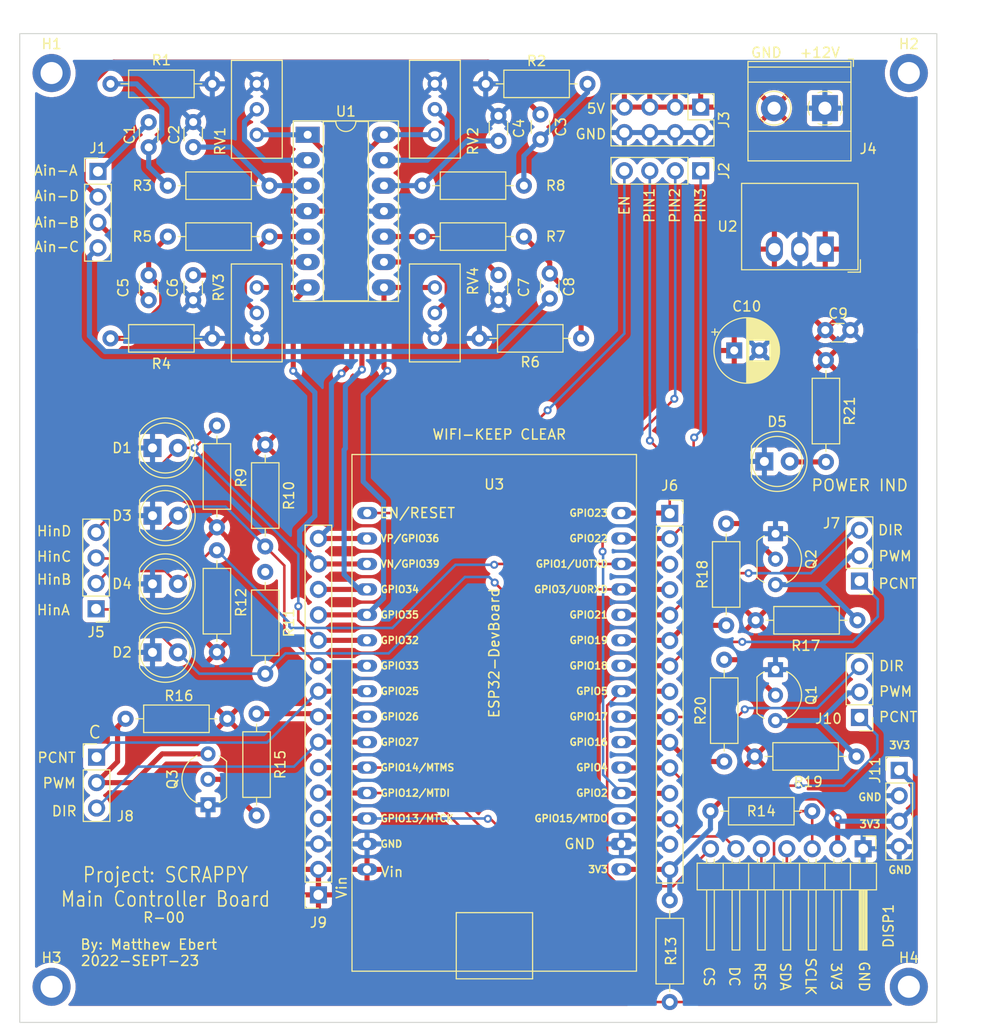
<source format=kicad_pcb>
(kicad_pcb (version 20211014) (generator pcbnew)
  (title_block (title "Porject SCRAPPY Control Board") (rev "R-0"))
  (layers (0 "F.Cu" signal) (31 "B.Cu" signal) (36 "B.SilkS" user "B.Silkscreen") (37 "F.SilkS" user "F.Silkscreen") (38 "B.Mask" user) (39 "F.Mask" user) (44 "Edge.Cuts" user))
  (net 0 "")
  (net 1 "GND")
  (net 2 "+12V")
  (net 3 "+5V")
  (net 4 "/Ain_C")
  (net 5 "Net-(C3-Pad2)")
  (net 6 "/Ain_A")
  (net 7 "Net-(C4-Pad2)")
  (net 8 "Net-(C5-Pad2)")
  (net 9 "Net-(C1-Pad2)")
  (net 10 "/Ain_D")
  (net 11 "Net-(C7-Pad2)")
  (net 12 "/Ain_B")
  (net 13 "Net-(C8-Pad2)")
  (net 14 "Net-(C6-Pad2)")
  (net 15 "Net-(C2-Pad2)")
  (net 16 "/HALL-IN_A")
  (net 17 "/HALL-IN_C")
  (net 18 "/HALL-IN_B")
  (net 19 "/HALL-IN_D")
  (net 20 "+3V3")
  (net 21 "/SCLK")
  (net 22 "/SDA")
  (net 23 "/RES")
  (net 24 "/DC")
  (net 25 "/CS")
  (net 26 "/PCNT_A")
  (net 27 "/INV_PWM_A")
  (net 28 "/DIR_A")
  (net 29 "/PCNT_B")
  (net 30 "/INV_PWM_B")
  (net 31 "/DIR_B")
  (net 32 "/PCNT_C")
  (net 33 "/INV_PWM_C")
  (net 34 "/DIR_C")
  (net 35 "/PIN_1")
  (net 36 "/PIN_2")
  (net 37 "/PIN_3")
  (net 38 "Net-(J2-Pad4)")
  (net 39 "Net-(Q1-Pad2)")
  (net 40 "Net-(Q2-Pad2)")
  (net 41 "Net-(Q3-Pad2)")
  (net 42 "/Aout_A")
  (net 43 "/Aout_B")
  (net 44 "/Aout_C")
  (net 45 "/Aout_D")
  (net 46 "/PWM_A")
  (net 47 "Net-(RV1-Pad2)")
  (net 48 "/PWM_B")
  (net 49 "Net-(RV2-Pad2)")
  (net 50 "/PWM_C")
  (net 51 "Net-(RV3-Pad2)")
  (net 52 "Net-(RV4-Pad2)")
  (net 54 "Net-(D5-Pad2)")
  (footprint "Package_DIP:DIP-14_W7.62mm_Socket_LongPads" (layer "F.Cu") (at 76.8783 58.4837)
    (fp_text reference "U1")
    (fp_text value "LM324")
  )
  (footprint "Capacitor_THT:C_Disc_D3.0mm_W1.6mm_P2.50mm" (layer "F.Cu") (at 100.1193 56.4517 -90)
    (fp_text reference "C3")
    (fp_text value "C")
  )
  (footprint "Resistor_THT:R_Axial_DIN0207_L6.3mm_D2.5mm_P10.16mm_Horizontal" (layer "F.Cu") (at 98.4683 63.5637 180)
    (fp_text reference "R8")
    (fp_text value "R")
  )
  (footprint "Package_TO_SOT_THT:TO-92_Inline_Wide" (layer "F.Cu") (at 66.929 125.349 90)
    (fp_text reference "Q3")
    (fp_text value "PN2222A")
  )
  (footprint "Resistor_THT:R_Axial_DIN0207_L6.3mm_D2.5mm_P10.16mm_Horizontal" (layer "F.Cu") (at 57.1933 78.8037)
    (fp_text reference "R4")
    (fp_text value "R")
  )
  (footprint "Connector_PinHeader_2.54mm:PinHeader_1x04_P2.54mm_Vertical" (layer "F.Cu") (at 55.753 105.791 180)
    (fp_text reference "J5")
    (fp_text value "Conn_01x04")
  )
  (footprint "Resistor_THT:R_Axial_DIN0207_L6.3mm_D2.5mm_P10.16mm_Horizontal" (layer "F.Cu") (at 118.6644 107.442 90)
    (fp_text reference "R18")
    (fp_text value "R")
  )
  (footprint "Espressif:ESP32-DevBoard" (layer "F.Cu") (at 81.556 90.392)
    (fp_text reference "U3")
    (fp_text value "ESP32-DevBoard")
  )
  (footprint "LED_THT:LED_D5.0mm_Clear" (layer "F.Cu") (at 61.3868 89.7382)
    (fp_text reference "D1")
    (fp_text value "LED")
  )
  (footprint "Capacitor_THT:C_Disc_D3.0mm_W1.6mm_P2.50mm" (layer "F.Cu") (at 61.0033 74.9937 90)
    (fp_text reference "C5")
    (fp_text value "C")
  )
  (footprint "Capacitor_THT:C_Disc_D3.0mm_W1.6mm_P2.50mm" (layer "F.Cu") (at 95.9283 56.5987 -90)
    (fp_text reference "C4")
    (fp_text value "C")
  )
  (footprint "Resistor_THT:R_Axial_DIN0207_L6.3mm_D2.5mm_P10.16mm_Horizontal" (layer "F.Cu") (at 117.094 125.984)
    (fp_text reference "R14")
    (fp_text value "R")
  )
  (footprint "LED_THT:LED_D5.0mm_Clear" (layer "F.Cu") (at 61.3868 110.1344)
    (fp_text reference "D2")
    (fp_text value "LED")
  )
  (footprint "Converter_DCDC:Converter_DCDC_RECOM_R-78B-2.0_THT" (layer "F.Cu") (at 128.5577 69.8935 180)
    (fp_text reference "U2")
    (fp_text value "L7805")
  )
  (footprint "Resistor_THT:R_Axial_DIN0207_L6.3mm_D2.5mm_P10.16mm_Horizontal" (layer "F.Cu") (at 113.03 134.874 -90)
    (fp_text reference "R13")
    (fp_text value "R")
  )
  (footprint "MountingHole:MountingHole_2.2mm_M2_DIN965_Pad" (layer "F.Cu") (at 51.308 143.51)
    (fp_text reference "H3")
    (fp_text value "MountingHole")
  )
  (footprint "Connector_PinHeader_2.54mm:PinHeader_1x03_P2.54mm_Vertical" (layer "F.Cu") (at 131.9784 116.6368 180)
    (fp_text reference "J10")
    (fp_text value "Conn_01x03")
  )
  (footprint "Resistor_THT:R_Axial_DIN0207_L6.3mm_D2.5mm_P10.16mm_Horizontal" (layer "F.Cu") (at 67.818 97.663 90)
    (fp_text reference "R9")
    (fp_text value "R")
  )
  (footprint "MountingHole:MountingHole_2.2mm_M2_DIN965_Pad" (layer "F.Cu") (at 136.906 52.324)
    (fp_text reference "H2")
    (fp_text value "MountingHole")
  )
  (footprint "Potentiometer_THT:Potentiometer_Bourns_3296W_Vertical" (layer "F.Cu") (at 89.5783 78.8037 -90)
    (fp_text reference "RV4")
    (fp_text value "R_Potentiometer")
  )
  (footprint "Connector_PinHeader_2.54mm:PinHeader_1x04_P2.54mm_Vertical" (layer "F.Cu") (at 116.1188 62.0776 -90)
    (fp_text reference "J2")
    (fp_text value "Conn_01x04")
  )
  (footprint "Package_TO_SOT_THT:TO-92_Inline_Wide" (layer "F.Cu") (at 123.592 111.8616 -90)
    (fp_text reference "Q1")
    (fp_text value "PN2222A")
  )
  (footprint "LED_THT:LED_D5.0mm_Clear" (layer "F.Cu") (at 61.3918 96.4946)
    (fp_text reference "D3")
    (fp_text value "LED")
  )
  (footprint "Resistor_THT:R_Axial_DIN0207_L6.3mm_D2.5mm_P10.16mm_Horizontal" (layer "F.Cu") (at 71.776 116.2558 -90)
    (fp_text reference "R15")
    (fp_text value "R")
  )
  (footprint "Resistor_THT:R_Axial_DIN0207_L6.3mm_D2.5mm_P10.16mm_Horizontal" (layer "F.Cu") (at 57.1933 53.4037)
    (fp_text reference "R1")
    (fp_text value "R")
  )
  (footprint "Connector_PinHeader_2.54mm:PinHeader_1x03_P2.54mm_Vertical" (layer "F.Cu") (at 131.9784 103.0224 180)
    (fp_text reference "J7")
    (fp_text value "Conn_01x03")
  )
  (footprint "Resistor_THT:R_Axial_DIN0207_L6.3mm_D2.5mm_P10.16mm_Horizontal" (layer "F.Cu") (at 118.47 121.031 90)
    (fp_text reference "R20")
    (fp_text value "R")
  )
  (footprint "Resistor_THT:R_Axial_DIN0207_L6.3mm_D2.5mm_P10.16mm_Horizontal" (layer "F.Cu") (at 72.644 102.108 -90)
    (fp_text reference "R11")
    (fp_text value "R")
  )
  (footprint "Resistor_THT:R_Axial_DIN0207_L6.3mm_D2.5mm_P10.16mm_Horizontal" (layer "F.Cu") (at 128.6256 80.9752 -90)
    (fp_text reference "R21")
    (fp_text value "R")
  )
  (footprint "Resistor_THT:R_Axial_DIN0207_L6.3mm_D2.5mm_P10.16mm_Horizontal" (layer "F.Cu") (at 62.9083 63.5637)
    (fp_text reference "R3")
    (fp_text value "R")
  )
  (footprint "Potentiometer_THT:Potentiometer_Bourns_3296W_Vertical" (layer "F.Cu") (at 89.5783 53.3937 90)
    (fp_text reference "RV2")
    (fp_text value "R_Potentiometer")
  )
  (footprint "Capacitor_THT:C_Disc_D3.0mm_W1.6mm_P2.50mm" (layer "F.Cu") (at 65.4483 57.2137 -90)
    (fp_text reference "C2")
    (fp_text value "C")
  )
  (footprint "Connector_PinHeader_2.54mm:PinHeader_1x07_P2.54mm_Horizontal" (layer "F.Cu") (at 132.339 129.737 -90)
    (fp_text reference "DISP1")
    (fp_text value "OLED Display")
  )
  (footprint "Capacitor_THT:CP_Radial_D6.3mm_P2.50mm" (layer "F.Cu") (at 119.467621 80.01)
    (fp_text reference "C10")
    (fp_text value "C_Polarized")
  )
  (footprint "Connector_PinSocket_2.54mm:PinSocket_1x15_P2.54mm_Vertical" (layer "F.Cu") (at 113.03 96.266)
    (fp_text reference "J6")
    (fp_text value "Conn_01x15")
  )
  (footprint "Resistor_THT:R_Axial_DIN0207_L6.3mm_D2.5mm_P10.16mm_Horizontal" (layer "F.Cu") (at 121.518 120.523)
    (fp_text reference "R19")
    (fp_text value "R")
  )
  (footprint "Potentiometer_THT:Potentiometer_Bourns_3296W_Vertical" (layer "F.Cu") (at 71.7983 78.8037 -90)
    (fp_text reference "RV3")
    (fp_text value "R_Potentiometer")
  )
  (footprint "TerminalBlock_Phoenix:TerminalBlock_Phoenix_MKDS-1,5-2-5.08_1x02_P5.08mm_Horizontal" (layer "F.Cu") (at 128.524 55.829 180)
    (fp_text reference "J4")
    (fp_text value "Screw_Terminal_01x02")
  )
  (footprint "Capacitor_THT:C_Disc_D3.0mm_W1.6mm_P2.50mm" (layer "F.Cu") (at 65.4483 74.9937 90)
    (fp_text reference "C6")
    (fp_text value "C")
  )
  (footprint "Connector_PinHeader_2.54mm:PinHeader_2x04_P2.54mm_Vertical" (layer "F.Cu") (at 116.1188 55.7226 -90)
    (fp_text reference "J3")
    (fp_text value "Conn_02x04_Counter_Clockwise")
  )
  (footprint "MountingHole:MountingHole_2.2mm_M2_DIN965_Pad" (layer "F.Cu") (at 51.308 52.324)
    (fp_text reference "H1")
    (fp_text value "MountingHole")
  )
  (footprint "Connector_PinHeader_2.54mm:PinHeader_1x04_P2.54mm_Vertical" (layer "F.Cu") (at 55.9387 62.1463)
    (fp_text reference "J1")
    (fp_text value "Conn_01x04")
  )
  (footprint "Resistor_THT:R_Axial_DIN0207_L6.3mm_D2.5mm_P10.16mm_Horizontal" (layer "F.Cu") (at 72.644 89.408 -90)
    (fp_text reference "R10")
    (fp_text value "R")
  )
  (footprint "Resistor_THT:R_Axial_DIN0207_L6.3mm_D2.5mm_P10.16mm_Horizontal" (layer "F.Cu") (at 104.8183 53.4037 180)
    (fp_text reference "R2")
    (fp_text value "R")
  )
  (footprint "Resistor_THT:R_Axial_DIN0207_L6.3mm_D2.5mm_P10.16mm_Horizontal" (layer "F.Cu") (at 104.1833 78.8037 180)
    (fp_text reference "R6")
    (fp_text value "R")
  )
  (footprint "Resistor_THT:R_Axial_DIN0207_L6.3mm_D2.5mm_P10.16mm_Horizontal" (layer "F.Cu") (at 68.855 116.7638 180)
    (fp_text reference "R16")
    (fp_text value "R")
  )
  (footprint "Resistor_THT:R_Axial_DIN0207_L6.3mm_D2.5mm_P10.16mm_Horizontal" (layer "F.Cu") (at 98.4683 68.6437 180)
    (fp_text reference "R7")
    (fp_text value "R")
  )
  (footprint "Connector_PinHeader_2.54mm:PinHeader_1x04_P2.54mm_Vertical" (layer "F.Cu") (at 135.9408 121.9046)
    (fp_text reference "J11")
    (fp_text value "Conn_02x02_Odd_Even")
  )
  (footprint "LED_THT:LED_D5.0mm_Clear" (layer "F.Cu") (at 61.3868 103.3018)
    (fp_text reference "D4")
    (fp_text value "LED")
  )
  (footprint "Capacitor_THT:C_Disc_D3.0mm_W1.6mm_P2.50mm" (layer "F.Cu") (at 61.0033 57.2337 -90)
    (fp_text reference "C1")
    (fp_text value "C")
  )
  (footprint "MountingHole:MountingHole_2.2mm_M2_DIN965_Pad" (layer "F.Cu") (at 136.906 143.51)
    (fp_text reference "H4")
    (fp_text value "MountingHole")
  )
  (footprint "Resistor_THT:R_Axial_DIN0207_L6.3mm_D2.5mm_P10.16mm_Horizontal" (layer "F.Cu") (at 121.6108 106.934)
    (fp_text reference "R17")
    (fp_text value "R")
  )
  (footprint "Connector_PinSocket_2.54mm:PinSocket_1x15_P2.54mm_Vertical" (layer "F.Cu") (at 77.953 134.336 180)
    (fp_text reference "J9")
    (fp_text value "Conn_01x15")
  )
  (footprint "Capacitor_THT:C_Disc_D3.0mm_W1.6mm_P2.50mm" (layer "F.Cu") (at 131.064 78.232 180)
    (fp_text reference "C9")
    (fp_text value "C")
  )
  (footprint "Package_TO_SOT_THT:TO-92_Inline_Wide" (layer "F.Cu") (at 123.592 98.298 -90)
    (fp_text reference "Q2")
    (fp_text value "PN2222A")
  )
  (footprint "Potentiometer_THT:Potentiometer_Bourns_3296W_Vertical" (layer "F.Cu") (at 71.7983 53.4037 90)
    (fp_text reference "RV1")
    (fp_text value "R_Potentiometer")
  )
  (footprint "LED_THT:LED_D5.0mm_Clear" (layer "F.Cu") (at 122.4788 91.0844)
    (fp_text reference "D5")
    (fp_text value "LED")
  )
  (footprint "Capacitor_THT:C_Disc_D3.0mm_W1.6mm_P2.50mm" (layer "F.Cu") (at 95.9283 74.9737 90)
    (fp_text reference "C7")
    (fp_text value "C")
  )
  (footprint "Capacitor_THT:C_Disc_D3.0mm_W1.6mm_P2.50mm" (layer "F.Cu") (at 101.0491 74.8263 90)
    (fp_text reference "C8")
    (fp_text value "C")
  )
  (footprint "Resistor_THT:R_Axial_DIN0207_L6.3mm_D2.5mm_P10.16mm_Horizontal" (layer "F.Cu") (at 62.9083 68.6437)
    (fp_text reference "R5")
    (fp_text value "R")
  )
  (footprint "Connector_PinHeader_2.54mm:PinHeader_1x03_P2.54mm_Vertical" (layer "F.Cu") (at 55.8016 120.5992)
    (fp_text reference "J8")
    (fp_text value "Conn_01x03")
  )
  (footprint "Resistor_THT:R_Axial_DIN0207_L6.3mm_D2.5mm_P10.16mm_Horizontal" (layer "F.Cu") (at 67.818 110.109 90)
    (fp_text reference "R12")
    (fp_text value "R")
  )
  (gr_rect (start 48.133 48.387) (end 139.7 147.066) (layer "Edge.Cuts") (width 0.1) (fill none))
  (gr_text "HinC" (at 51.562 100.584) (layer "F.SilkS") (effects (font (size 1 1))))
  (gr_text "Project: SCRAPPY\nMain Controller Board" (at 62.6872 133.5532) (layer "F.SilkS") (effects (font (size 1.5 1.25))))
  (gr_text "+12V" (at 128.016 50.292) (layer "F.SilkS") (effects (font (size 1 1))))
  (gr_text "C" (at 55.626 118.11) (layer "F.SilkS") (effects (font (size 1.25 1.25))))
  (gr_text "3V3" (at 133.0198 127.2794) (layer "F.SilkS") (effects (font (size 0.75 0.75))))
  (gr_text "GND" (at 133.0198 124.587) (layer "F.SilkS") (effects (font (size 0.75 0.75))))
  (gr_text "PCNT" (at 51.816 120.65) (layer "F.SilkS") (effects (font (size 1 1))))
  (gr_text "SCLK" (at 127.1016 142.494 270) (layer "F.SilkS") (effects (font (size 1 1))))
  (gr_text "SDA" (at 124.5616 142.494 270) (layer "F.SilkS") (effects (font (size 1 1))))
  (gr_text "R-00" (at 62.5348 136.6012) (layer "F.SilkS") (effects (font (size 1 1))))
  (gr_text "DIR" (at 52.578 125.984) (layer "F.SilkS") (effects (font (size 1 1))))
  (gr_text "Ain-B" (at 51.816 67.2338) (layer "F.SilkS") (effects (font (size 1 1))))
  (gr_text "Ain-A" (at 51.7398 62.0522) (layer "F.SilkS") (effects (font (size 1 1))))
  (gr_text "CS" (at 116.9416 142.494 270) (layer "F.SilkS") (effects (font (size 1 1))))
  (gr_text "Vin" (at 80.264 133.604 90) (layer "F.SilkS") (effects (font (size 1 1))))
  (gr_text "PWM" (at 135.5344 100.5332) (layer "F.SilkS") (effects (font (size 1 1))))
  (gr_text "HinB" (at 51.562 102.87) (layer "F.SilkS") (effects (font (size 1 1))))
  (gr_text "PIN1" (at 110.998 65.532 90) (layer "F.SilkS") (effects (font (size 1 1))))
  (gr_text "PCNT" (at 135.7884 103.2764) (layer "F.SilkS") (effects (font (size 1 1))))
  (gr_text "GND" (at 122.682 50.292) (layer "F.SilkS") (effects (font (size 1 1))))
  (gr_text "DIR" (at 135.0772 97.9424) (layer "F.SilkS") (effects (font (size 1 1))))
  (gr_text "EN" (at 108.5088 65.532 90) (layer "F.SilkS") (effects (font (size 1 1))))
  (gr_text "DIR" (at 135.1788 111.506) (layer "F.SilkS") (effects (font (size 1 1))))
  (gr_text "WIFI-KEEP CLEAR" (at 96.012 88.392) (layer "F.SilkS") (effects (font (size 1 1))))
  (gr_text "Ain-D" (at 51.816 64.5922) (layer "F.SilkS") (effects (font (size 1 1))))
  (gr_text "DC" (at 119.4816 142.494 270) (layer "F.SilkS") (effects (font (size 1 1))))
  (gr_text "PWM" (at 135.5852 114.046) (layer "F.SilkS") (effects (font (size 1 1))))
  (gr_text "GND" (at 132.4356 142.494 270) (layer "F.SilkS") (effects (font (size 1 1))))
  (gr_text "3V3" (at 129.6416 142.494 270) (layer "F.SilkS") (effects (font (size 1 1))))
  (gr_text "HinD" (at 51.562 98.044) (layer "F.SilkS") (effects (font (size 1 1))))
  (gr_text "RES" (at 122.0216 142.494 270) (layer "F.SilkS") (effects (font (size 1 1))))
  (gr_text "POWER IND" (at 132.0038 93.472) (layer "F.SilkS") (effects (font (size 1.15 1.15))))
  (gr_text "PIN3" (at 116.078 65.532 90) (layer "F.SilkS") (effects (font (size 1 1))))
  (gr_text "HinA" (at 51.4858 105.918) (layer "F.SilkS") (effects (font (size 1 1))))
  (gr_text "5V" (at 105.664 55.88) (layer "F.SilkS") (effects (font (size 1 1))))
  (gr_text "GND" (at 136.017 131.8514) (layer "F.SilkS") (effects (font (size 0.75 0.75))))
  (gr_text "PIN2" (at 113.538 65.532 90) (layer "F.SilkS") (effects (font (size 1 1))))
  (gr_text "2022-SEPT-23" (at 60.1472 140.9192) (layer "F.SilkS") (effects (font (size 1 1))))
  (gr_text "PCNT" (at 135.8392 116.586) (layer "F.SilkS") (effects (font (size 1 1))))
  (gr_text "GND" (at 105.156 58.42) (layer "F.SilkS") (effects (font (size 1 1))))
  (gr_text "PWM" (at 52.07 123.19) (layer "F.SilkS") (effects (font (size 1 1))))
  (gr_text "Ain-C" (at 51.816 69.6722) (layer "F.SilkS") (effects (font (size 1 1))))
  (gr_text "3V3" (at 135.9916 119.4054) (layer "F.SilkS") (effects (font (size 0.75 0.75))))
  (gr_text "By: Matthew Ebert" (at 61.0108 139.2936) (layer "F.SilkS") (effects (font (size 1 1))))
  (segment locked (start 82.80528 129.256) (end 82.806 129.25672) (width 0.508) (layer "F.Cu") (net 1))
  (segment locked (start 77.953 129.256) (end 82.80528 129.256) (width 0.508) (layer "F.Cu") (net 1))
  (segment (start 77.953 131.796) (end 77.953 134.336) (width 0.508) (layer "F.Cu") (net 3))
  (segment locked (start 77.953 131.796) (end 82.80528 131.796) (width 0.508) (layer "F.Cu") (net 3))
  (segment locked (start 82.80528 131.796) (end 82.806 131.79672) (width 0.508) (layer "F.Cu") (net 3))
  (segment (start 55.9387 69.7663) (end 55.0887 70.6163) (width 0.508) (layer "B.Cu") (net 4))
  (segment (start 55.0887 78.548892) (end 56.651508 80.1117) (width 0.508) (layer "B.Cu") (net 4))
  (segment (start 95.7637 80.1117) (end 101.0491 74.8263) (width 0.508) (layer "B.Cu") (net 4))
  (segment (start 55.0887 70.6163) (end 55.0887 78.548892) (width 0.508) (layer "B.Cu") (net 4))
  (segment (start 56.651508 80.1117) (end 95.7637 80.1117) (width 0.508) (layer "B.Cu") (net 4))
  (segment (start 98.4683 60.6027) (end 100.1193 58.9517) (width 0.508) (layer "B.Cu") (net 5))
  (segment (start 104.8183 53.4037) (end 104.8183 54.2527) (width 0.508) (layer "B.Cu") (net 5))
  (segment (start 98.4683 63.5637) (end 98.4683 60.6027) (width 0.508) (layer "B.Cu") (net 5))
  (segment (start 104.8183 54.2527) (end 100.1193 58.9517) (width 0.508) (layer "B.Cu") (net 5))
  (segment (start 55.9387 62.1463) (end 56.0907 62.1463) (width 0.508) (layer "B.Cu") (net 6))
  (segment (start 56.0907 62.1463) (end 61.0033 57.2337) (width 0.508) (layer "B.Cu") (net 6))
  (segment (start 92.7733 59.0987) (end 88.3083 63.5637) (width 0.508) (layer "B.Cu") (net 7))
  (segment (start 95.9283 59.0987) (end 92.7733 59.0987) (width 0.508) (layer "B.Cu") (net 7))
  (segment (start 84.4983 63.5637) (end 88.3083 63.5637) (width 0.508) (layer "B.Cu") (net 7))
  (segment (start 62.3113 75.535492) (end 62.3113 73.8017) (width 0.508) (layer "F.Cu") (net 8))
  (segment (start 59.043092 78.8037) (end 62.3113 75.535492) (width 0.508) (layer "F.Cu") (net 8))
  (segment (start 61.0033 70.5487) (end 62.9083 68.6437) (width 0.508) (layer "F.Cu") (net 8))
  (segment (start 57.1933 78.8037) (end 59.043092 78.8037) (width 0.508) (layer "F.Cu") (net 8))
  (segment (start 61.0033 72.4937) (end 61.0033 70.5487) (width 0.508) (layer "F.Cu") (net 8))
  (segment (start 62.3113 73.8017) (end 61.0033 72.4937) (width 0.508) (layer "F.Cu") (net 8))
  (segment (start 59.798082 53.4037) (end 62.3113 55.916918) (width 0.508) (layer "B.Cu") (net 9))
  (segment (start 62.3113 55.916918) (end 62.3113 58.4257) (width 0.508) (layer "B.Cu") (net 9))
  (segment (start 62.3113 58.4257) (end 61.0033 59.7337) (width 0.508) (layer "B.Cu") (net 9))
  (segment (start 61.0033 59.7337) (end 61.0033 61.6587) (width 0.508) (layer "B.Cu") (net 9))
  (segment (start 61.0033 61.6587) (end 62.9083 63.5637) (width 0.508) (layer "B.Cu") (net 9))
  (segment (start 57.1933 53.4037) (end 59.798082 53.4037) (width 0.508) (layer "B.Cu") (net 9))
  (segment (start 54.4655 63.2131) (end 54.4655 54.281708) (width 0.508) (layer "F.Cu") (net 10))
  (segment (start 54.4655 54.281708) (end 57.522908 51.2243) (width 0.508) (layer "F.Cu") (net 10))
  (segment (start 55.9387 64.6863) (end 54.4655 63.2131) (width 0.508) (layer "F.Cu") (net 10))
  (segment (start 94.8919 51.2243) (end 100.1193 56.4517) (width 0.508) (layer "F.Cu") (net 10))
  (segment (start 57.522908 51.2243) (end 94.8919 51.2243) (width 0.508) (layer "F.Cu") (net 10))
  (segment (start 84.4983 68.6437) (end 88.3083 68.6437) (width 0.508) (layer "F.Cu") (net 11))
  (segment (start 92.0983 68.6437) (end 95.9283 72.4737) (width 0.508) (layer "F.Cu") (net 11))
  (segment (start 88.3083 68.6437) (end 92.0983 68.6437) (width 0.508) (layer "F.Cu") (net 11))
  (segment (start 59.306519 73.296919) (end 61.0033 74.9937) (width 0.508) (layer "F.Cu") (net 12))
  (segment (start 55.9387 67.2263) (end 59.306519 70.594119) (width 0.508) (layer "F.Cu") (net 12))
  (segment (start 59.306519 70.594119) (end 59.306519 73.296919) (width 0.508) (layer "F.Cu") (net 12))
  (segment (start 101.0491 71.2245) (end 98.4683 68.6437) (width 0.508) (layer "F.Cu") (net 13))
  (segment (start 101.0491 72.3263) (end 101.0491 71.2245) (width 0.508) (layer "F.Cu") (net 13))
  (segment (start 104.1833 78.8037) (end 104.1833 75.4605) (width 0.508) (layer "F.Cu") (net 13))
  (segment (start 104.1833 75.4605) (end 101.0491 72.3263) (width 0.508) (layer "F.Cu") (net 13))
  (segment (start 65.4483 72.4937) (end 69.2183 72.4937) (width 0.508) (layer "F.Cu") (net 14))
  (segment (start 69.2183 72.4937) (end 73.0683 68.6437) (width 0.508) (layer "F.Cu") (net 14))
  (segment (start 73.0683 68.6437) (end 76.8783 68.6437) (width 0.508) (layer "F.Cu") (net 14))
  (segment (start 69.2183 59.7137) (end 73.0683 63.5637) (width 0.508) (layer "B.Cu") (net 15))
  (segment (start 73.0683 63.5637) (end 76.8783 63.5637) (width 0.508) (layer "B.Cu") (net 15))
  (segment (start 65.4483 59.7137) (end 69.2183 59.7137) (width 0.508) (layer "B.Cu") (net 15))
  (segment locked (start 112.998 103.854) (end 113.03 103.886) (width 0.508) (layer "F.Cu") (net 16))
  (segment (start 55.753 105.791) (end 55.8115 105.8495) (width 0.254) (layer "F.Cu") (net 16))
  (segment (start 55.8115 105.8495) (end 59.6419 105.8495) (width 0.254) (layer "F.Cu") (net 16))
  (segment (start 108.20232 103.854) (end 96.234 103.854) (width 0.254) (layer "F.Cu") (net 16))
  (segment (start 96.234 103.854) (end 95.5548 103.1748) (width 0.254) (layer "F.Cu") (net 16))
  (segment (start 59.6419 105.8495) (end 63.9268 110.1344) (width 0.254) (layer "F.Cu") (net 16))
  (segment locked (start 108.20232 103.854) (end 112.998 103.854) (width 0.508) (layer "F.Cu") (net 16))
  (via (at 95.5548 103.1748) (size 0.8) (drill 0.4) (layers "F.Cu" "B.Cu") (net 16))
  (segment (start 95.5548 103.1748) (end 94.996 102.616) (width 0.254) (layer "B.Cu") (net 16))
  (segment (start 74.676 110.236) (end 84.963 110.236) (width 0.254) (layer "B.Cu") (net 16))
  (segment (start 94.996 102.616) (end 92.583 102.616) (width 0.254) (layer "B.Cu") (net 16))
  (segment (start 84.963 110.236) (end 92.583 102.616) (width 0.254) (layer "B.Cu") (net 16))
  (segment (start 66.0604 112.268) (end 72.644 112.268) (width 0.254) (layer "B.Cu") (net 16))
  (segment (start 63.9268 110.1344) (end 66.0604 112.268) (width 0.254) (layer "B.Cu") (net 16))
  (segment (start 72.644 112.268) (end 74.676 110.236) (width 0.254) (layer "B.Cu") (net 16))
  (segment (start 55.753 100.711) (end 55.8115 100.7695) (width 0.254) (layer "F.Cu") (net 17))
  (segment (start 59.6569 100.7695) (end 63.9318 96.4946) (width 0.254) (layer "F.Cu") (net 17))
  (segment (start 55.8115 100.7695) (end 59.6569 100.7695) (width 0.254) (layer "F.Cu") (net 17))
  (segment locked (start 82.80032 111.476) (end 82.80232 111.474) (width 0.508) (layer "F.Cu") (net 17))
  (segment (start 77.953 111.476) (end 74.549 108.072) (width 0.254) (layer "F.Cu") (net 17))
  (segment (start 74.549 108.072) (end 74.549 101.473) (width 0.254) (layer "F.Cu") (net 17))
  (segment (start 74.549 101.473) (end 72.644 99.568) (width 0.254) (layer "F.Cu") (net 17))
  (segment locked (start 77.953 111.476) (end 82.80032 111.476) (width 0.508) (layer "F.Cu") (net 17))
  (segment (start 63.9318 96.4946) (end 64.8318 95.5946) (width 0.254) (layer "B.Cu") (net 17))
  (segment (start 64.8318 95.5946) (end 68.6706 95.5946) (width 0.254) (layer "B.Cu") (net 17))
  (segment (start 68.6706 95.5946) (end 72.644 99.568) (width 0.254) (layer "B.Cu") (net 17))
  (segment locked (start 108.20232 101.314) (end 112.998 101.314) (width 0.508) (layer "F.Cu") (net 18))
  (segment (start 95.5868 101.314) (end 95.504 101.3968) (width 0.254) (layer "F.Cu") (net 18))
  (segment (start 55.753 103.251) (end 56.9832 102.0208) (width 0.254) (layer "F.Cu") (net 18))
  (segment (start 108.20232 101.314) (end 95.5868 101.314) (width 0.254) (layer "F.Cu") (net 18))
  (segment (start 62.6458 102.0208) (end 63.9268 103.3018) (width 0.254) (layer "F.Cu") (net 18))
  (segment locked (start 112.998 101.314) (end 113.03 101.346) (width 0.508) (layer "F.Cu") (net 18))
  (segment (start 56.9832 102.0208) (end 62.6458 102.0208) (width 0.254) (layer "F.Cu") (net 18))
  (segment (start 63.9268 103.3018) (end 67.2796 99.949) (width 0.254) (layer "F.Cu") (net 18))
  (segment (start 67.2796 99.949) (end 67.818 99.949) (width 0.254) (layer "F.Cu") (net 18))
  (via (at 95.504 101.3968) (size 0.8) (drill 0.4) (layers "F.Cu" "B.Cu") (net 18))
  (segment (start 75.057 107.188) (end 67.818 99.949) (width 0.254) (layer "B.Cu") (net 18))
  (segment (start 75.193 107.705) (end 75.057 107.569) (width 0.254) (layer "B.Cu") (net 18))
  (segment (start 85.335 107.705) (end 75.193 107.705) (width 0.254) (layer "B.Cu") (net 18))
  (segment (start 91.6432 101.3968) (end 85.335 107.705) (width 0.254) (layer "B.Cu") (net 18))
  (segment (start 75.057 107.569) (end 75.057 107.188) (width 0.254) (layer "B.Cu") (net 18))
  (segment (start 95.504 101.3968) (end 91.6432 101.3968) (width 0.254) (layer "B.Cu") (net 18))
  (segment locked (start 77.953 108.936) (end 82.80032 108.936) (width 0.508) (layer "F.Cu") (net 19))
  (segment (start 63.9268 89.7382) (end 65.5828 89.7382) (width 0.254) (layer "F.Cu") (net 19))
  (segment (start 77.953 108.936) (end 75.946 106.929) (width 0.254) (layer "F.Cu") (net 19))
  (segment (start 65.5828 89.7382) (end 67.818 87.503) (width 0.254) (layer "F.Cu") (net 19))
  (segment locked (start 82.80032 108.936) (end 82.80232 108.934) (width 0.508) (layer "F.Cu") (net 19))
  (segment (start 55.753 98.171) (end 55.753 97.912) (width 0.254) (layer "F.Cu") (net 19))
  (segment (start 55.753 97.912) (end 63.9268 89.7382) (width 0.254) (layer "F.Cu") (net 19))
  (segment (start 75.946 106.929) (end 75.946 105.537) (width 0.254) (layer "F.Cu") (net 19))
  (via (at 75.946 105.537) (size 0.8) (drill 0.4) (layers "F.Cu" "B.Cu") (net 19))
  (via (at 65.5828 89.7382) (size 0.8) (drill 0.4) (layers "F.Cu" "B.Cu") (net 19))
  (segment (start 65.5828 89.9668) (end 65.5828 89.7382) (width 0.254) (layer "B.Cu") (net 19))
  (segment (start 75.946 105.537) (end 75.946 100.33) (width 0.254) (layer "B.Cu") (net 19))
  (segment (start 75.946 100.33) (end 65.5828 89.9668) (width 0.254) (layer "B.Cu") (net 19))
  (segment (start 118.402 124.676) (end 127.795792 124.676) (width 0.508) (layer "F.Cu") (net 20))
  (segment (start 129.799 126.679208) (end 129.799 129.737) (width 0.508) (layer "F.Cu") (net 20))
  (segment (start 112.998 131.794) (end 113.03 131.826) (width 0.508) (layer "F.Cu") (net 20))
  (segment (start 108.20232 131.794) (end 112.998 131.794) (width 0.508) (layer "F.Cu") (net 20))
  (segment (start 117.094 125.984) (end 118.402 124.676) (width 0.508) (layer "F.Cu") (net 20))
  (segment (start 127.795792 124.676) (end 129.799 126.679208) (width 0.508) (layer "F.Cu") (net 20))
  (via (at 129.799 126.679208) (size 0.8) (drill 0.4) (layers "F.Cu" "B.Cu") (net 20))
  (segment (start 135.9408 126.9846) (end 137.2988 125.6266) (width 0.508) (layer "B.Cu") (net 20))
  (segment (start 137.2988 123.2626) (end 135.9408 121.9046) (width 0.508) (layer "B.Cu") (net 20))
  (segment (start 117.094 127.762) (end 113.03 131.826) (width 0.508) (layer "B.Cu") (net 20))
  (segment (start 113.03 131.826) (end 113.03 134.874) (width 0.508) (layer "B.Cu") (net 20))
  (segment (start 135.9408 126.9846) (end 130.104392 126.9846) (width 0.508) (layer "B.Cu") (net 20))
  (segment (start 117.094 125.984) (end 117.094 127.762) (width 0.508) (layer "B.Cu") (net 20))
  (segment (start 130.104392 126.9846) (end 129.799 126.679208) (width 0.508) (layer "B.Cu") (net 20))
  (segment (start 137.2988 125.6266) (end 137.2988 123.2626) (width 0.508) (layer "B.Cu") (net 20))
  (segment (start 123.444 135.255) (end 115.824 142.875) (width 0.254) (layer "F.Cu") (net 21))
  (segment (start 127.254 129.732) (end 127.259 129.737) (width 0.254) (layer "F.Cu") (net 21))
  (segment (start 127.254 125.984) (end 126.12263 125.984) (width 0.254) (layer "F.Cu") (net 21))
  (segment locked (start 77.953 121.636) (end 82.80032 121.636) (width 0.508) (layer "F.Cu") (net 21))
  (segment (start 115.824 142.875) (end 109.474 142.875) (width 0.254) (layer "F.Cu") (net 21))
  (segment (start 123.444 128.66263) (end 123.444 135.255) (width 0.254) (layer "F.Cu") (net 21))
  (segment (start 109.474 142.875) (end 88.233 121.634) (width 0.254) (layer "F.Cu") (net 21))
  (segment (start 127.254 125.984) (end 127.254 129.732) (width 0.254) (layer "F.Cu") (net 21))
  (segment (start 88.233 121.634) (end 82.80232 121.634) (width 0.254) (layer "F.Cu") (net 21))
  (segment locked (start 82.80032 121.636) (end 82.80232 121.634) (width 0.508) (layer "F.Cu") (net 21))
  (segment (start 126.12263 125.984) (end 123.444 128.66263) (width 0.254) (layer "F.Cu") (net 21))
  (segment (start 124.719 135.377) (end 115.062 145.034) (width 0.254) (layer "F.Cu") (net 22))
  (segment locked (start 82.804 124.176) (end 82.806 124.174) (width 0.508) (layer "F.Cu") (net 22))
  (segment locked (start 77.953 124.176) (end 82.804 124.176) (width 0.508) (layer "F.Cu") (net 22))
  (segment (start 82.806 124.174) (end 88.741 124.174) (width 0.254) (layer "F.Cu") (net 22))
  (segment (start 109.601 145.034) (end 113.03 145.034) (width 0.254) (layer "F.Cu") (net 22))
  (segment (start 124.719 129.737) (end 124.719 135.377) (width 0.254) (layer "F.Cu") (net 22))
  (segment (start 115.062 145.034) (end 113.03 145.034) (width 0.254) (layer "F.Cu") (net 22))
  (segment (start 88.741 124.174) (end 109.601 145.034) (width 0.254) (layer "F.Cu") (net 22))
  (segment locked (start 77.953 126.716) (end 82.804 126.716) (width 0.508) (layer "F.Cu") (net 23))
  (segment locked (start 82.804 126.716) (end 82.806 126.714) (width 0.508) (layer "F.Cu") (net 23))
  (segment (start 96.012 127.635) (end 95.123 126.746) (width 0.254) (layer "F.Cu") (net 23))
  (segment (start 122.179 129.737) (end 122.179 134.742) (width 0.254) (layer "F.Cu") (net 23))
  (segment (start 114.935 141.986) (end 110.363 141.986) (width 0.254) (layer "F.Cu") (net 23))
  (segment (start 110.363 141.986) (end 96.012 127.635) (width 0.254) (layer "F.Cu") (net 23))
  (segment (start 122.179 134.742) (end 114.935 141.986) (width 0.254) (layer "F.Cu") (net 23))
  (segment (start 95.123 126.746) (end 94.869 126.746) (width 0.254) (layer "F.Cu") (net 23))
  (via (at 94.869 126.746) (size 0.8) (drill 0.4) (layers "F.Cu" "B.Cu") (net 23))
  (segment (start 94.837 126.714) (end 82.806 126.714) (width 0.254) (layer "B.Cu") (net 23))
  (segment (start 94.869 126.746) (end 94.837 126.714) (width 0.254) (layer "B.Cu") (net 23))
  (segment (start 114.79 128.506) (end 113.03 126.746) (width 0.254) (layer "F.Cu") (net 24))
  (segment locked (start 108.23528 126.746) (end 108.206 126.71672) (width 0.508) (layer "F.Cu") (net 24))
  (segment (start 118.408 128.506) (end 114.79 128.506) (width 0.254) (layer "F.Cu") (net 24))
  (segment locked (start 113.03 126.746) (end 108.23528 126.746) (width 0.508) (layer "F.Cu") (net 24))
  (segment (start 119.639 129.737) (end 118.408 128.506) (width 0.254) (layer "F.Cu") (net 24))
  (segment (start 113.362586 133.473414) (end 108.022614 133.473414) (width 0.254) (layer "F.Cu") (net 25))
  (segment (start 106.7816 132.2324) (end 106.7816 115.4384) (width 0.254) (layer "F.Cu") (net 25))
  (segment (start 117.099 129.737) (end 113.362586 133.473414) (width 0.254) (layer "F.Cu") (net 25))
  (segment (start 108.022614 133.473414) (end 106.7816 132.2324) (width 0.254) (layer "F.Cu") (net 25))
  (segment (start 106.7816 115.4384) (end 108.206 114.014) (width 0.254) (layer "F.Cu") (net 25))
  (segment locked (start 108.206 114.014) (end 112.998 114.014) (width 0.508) (layer "F.Cu") (net 25))
  (segment locked (start 112.998 114.014) (end 113.03 114.046) (width 0.508) (layer "F.Cu") (net 25))
  (segment (start 125.7808 123.444) (end 114.808 123.444) (width 0.254) (layer "F.Cu") (net 26))
  (segment (start 114.808 123.444) (end 113.03 121.666) (width 0.254) (layer "F.Cu") (net 26))
  (segment locked (start 108.238 121.666) (end 108.206 121.634) (width 0.508) (layer "F.Cu") (net 26))
  (segment locked (start 113.03 121.666) (end 108.238 121.666) (width 0.508) (layer "F.Cu") (net 26))
  (segment (start 125.8824 123.3424) (end 125.7808 123.444) (width 0.254) (layer "F.Cu") (net 26))
  (via (at 125.8824 123.3424) (size 0.8) (drill 0.4) (layers "F.Cu" "B.Cu") (net 26))
  (segment (start 125.984 123.444) (end 130.427187 123.444) (width 0.254) (layer "B.Cu") (net 26))
  (segment (start 130.427187 123.444) (end 133.7564 120.114787) (width 0.254) (layer "B.Cu") (net 26))
  (segment (start 133.7564 118.4148) (end 131.9784 116.6368) (width 0.254) (layer "B.Cu") (net 26))
  (segment (start 125.8824 123.3424) (end 125.984 123.444) (width 0.254) (layer "B.Cu") (net 26))
  (segment (start 133.7564 120.114787) (end 133.7564 118.4148) (width 0.254) (layer "B.Cu") (net 26))
  (segment (start 128.0966 116.9416) (end 131.678 120.523) (width 0.508) (layer "B.Cu") (net 27))
  (segment (start 131.8918 114.1834) (end 130.8548 114.1834) (width 0.508) (layer "B.Cu") (net 27))
  (segment (start 131.9784 114.0968) (end 131.8918 114.1834) (width 0.508) (layer "B.Cu") (net 27))
  (segment (start 130.8548 114.1834) (end 128.0966 116.9416) (width 0.508) (layer "B.Cu") (net 27))
  (segment (start 123.592 116.9416) (end 128.0966 116.9416) (width 0.508) (layer "B.Cu") (net 27))
  (segment locked (start 112.998 116.554) (end 113.03 116.586) (width 0.508) (layer "F.Cu") (net 28))
  (segment (start 113.03 116.586) (end 119.761 116.586) (width 0.254) (layer "F.Cu") (net 28))
  (segment (start 119.761 116.586) (end 120.523 115.824) (width 0.254) (layer "F.Cu") (net 28))
  (segment locked (start 108.206 116.554) (end 112.998 116.554) (width 0.508) (layer "F.Cu") (net 28))
  (via (at 120.523 115.824) (size 0.8) (drill 0.4) (layers "F.Cu" "B.Cu") (net 28))
  (segment (start 127.762 115.697) (end 131.9022 111.5568) (width 0.254) (layer "B.Cu") (net 28))
  (segment (start 120.65 115.697) (end 127.762 115.697) (width 0.254) (layer "B.Cu") (net 28))
  (segment (start 120.523 115.824) (end 120.65 115.697) (width 0.254) (layer "B.Cu") (net 28))
  (segment (start 131.9022 111.5568) (end 131.9784 111.5568) (width 0.254) (layer "B.Cu") (net 28))
  (segment (start 113.03 111.506) (end 115.443 109.093) (width 0.254) (layer "F.Cu") (net 29))
  (segment locked (start 112.998 111.474) (end 113.03 111.506) (width 0.508) (layer "F.Cu") (net 29))
  (segment locked (start 108.206 111.474) (end 112.998 111.474) (width 0.508) (layer "F.Cu") (net 29))
  (segment (start 115.443 109.093) (end 120.269 109.093) (width 0.254) (layer "F.Cu") (net 29))
  (via (at 120.269 109.093) (size 0.8) (drill 0.4) (layers "F.Cu" "B.Cu") (net 29))
  (segment (start 131.281987 109.093) (end 133.8072 106.567787) (width 0.254) (layer "B.Cu") (net 29))
  (segment (start 133.8072 106.567787) (end 133.8072 104.8512) (width 0.254) (layer "B.Cu") (net 29))
  (segment (start 120.269 109.093) (end 131.281987 109.093) (width 0.254) (layer "B.Cu") (net 29))
  (segment (start 133.8072 104.8512) (end 131.9784 103.0224) (width 0.254) (layer "B.Cu") (net 29))
  (segment (start 128.2148 103.378) (end 131.7708 106.934) (width 0.508) (layer "B.Cu") (net 30))
  (segment (start 123.592 103.378) (end 128.2148 103.378) (width 0.508) (layer "B.Cu") (net 30))
  (segment (start 131.085 100.5078) (end 128.2148 103.378) (width 0.508) (layer "B.Cu") (net 30))
  (segment (start 131.953 100.5078) (end 131.085 100.5078) (width 0.508) (layer "B.Cu") (net 30))
  (segment (start 131.9784 100.4824) (end 131.953 100.5078) (width 0.508) (layer "B.Cu") (net 30))
  (segment locked (start 112.998 106.394) (end 113.03 106.426) (width 0.508) (layer "F.Cu") (net 31))
  (segment (start 120.904 102.235) (end 120.039 102.235) (width 0.254) (layer "F.Cu") (net 31))
  (segment (start 120.039 102.235) (end 120.027 102.247) (width 0.254) (layer "F.Cu") (net 31))
  (segment locked (start 108.20232 106.394) (end 112.998 106.394) (width 0.508) (layer "F.Cu") (net 31))
  (segment (start 120.027 102.247) (end 117.209 102.247) (width 0.254) (layer "F.Cu") (net 31))
  (segment (start 117.209 102.247) (end 113.479013 105.976987) (width 0.254) (layer "F.Cu") (net 31))
  (via (at 120.904 102.235) (size 0.8) (drill 0.4) (layers "F.Cu" "B.Cu") (net 31))
  (segment (start 127.127 102.235) (end 131.3942 97.9678) (width 0.254) (layer "B.Cu") (net 31))
  (segment (start 120.904 102.235) (end 127.127 102.235) (width 0.254) (layer "B.Cu") (net 31))
  (segment (start 131.3942 97.9678) (end 131.953 97.9678) (width 0.254) (layer "B.Cu") (net 31))
  (segment (start 131.953 97.9678) (end 131.9784 97.9424) (width 0.254) (layer "B.Cu") (net 31))
  (segment locked (start 82.80032 114.016) (end 82.80232 114.014) (width 0.508) (layer "F.Cu") (net 32))
  (segment locked (start 77.953 114.016) (end 82.80032 114.016) (width 0.508) (layer "F.Cu") (net 32))
  (segment (start 72.831 119.138) (end 77.953 114.016) (width 0.254) (layer "B.Cu") (net 32))
  (segment (start 55.8016 120.5992) (end 57.2628 119.138) (width 0.254) (layer "B.Cu") (net 32))
  (segment (start 57.2628 119.138) (end 72.831 119.138) (width 0.254) (layer "B.Cu") (net 32))
  (segment (start 57.895001 121.045799) (end 55.8016 123.1392) (width 0.508) (layer "F.Cu") (net 33))
  (segment (start 66.929 120.269) (end 62.3526 120.269) (width 0.508) (layer "F.Cu") (net 33))
  (segment (start 57.895001 117.563799) (end 57.895001 121.045799) (width 0.508) (layer "F.Cu") (net 33))
  (segment (start 59.4824 123.1392) (end 55.8016 123.1392) (width 0.508) (layer "F.Cu") (net 33))
  (segment (start 62.3526 120.269) (end 59.4824 123.1392) (width 0.508) (layer "F.Cu") (net 33))
  (segment (start 58.695 116.7638) (end 57.895001 117.563799) (width 0.508) (layer "F.Cu") (net 33))
  (segment locked (start 82.80032 119.096) (end 82.80232 119.094) (width 0.508) (layer "F.Cu") (net 34))
  (segment locked (start 77.953 119.096) (end 82.80032 119.096) (width 0.508) (layer "F.Cu") (net 34))
  (segment (start 75.51 121.539) (end 77.953 119.096) (width 0.254) (layer "B.Cu") (net 34))
  (segment (start 55.8016 125.6792) (end 59.9418 121.539) (width 0.254) (layer "B.Cu") (net 34))
  (segment (start 59.9418 121.539) (end 75.51 121.539) (width 0.254) (layer "B.Cu") (net 34))
  (segment (start 113.03 90.9828) (end 113.03 96.266) (width 0.254) (layer "F.Cu") (net 35))
  (segment (start 111.0488 89.0016) (end 113.03 90.9828) (width 0.254) (layer "F.Cu") (net 35))
  (segment locked (start 108.20232 96.234) (end 112.998 96.234) (width 0.508) (layer "F.Cu") (net 35))
  (segment locked (start 112.998 96.234) (end 113.03 96.266) (width 0.508) (layer "F.Cu") (net 35))
  (via (at 111.0488 89.0016) (size 0.8) (drill 0.4) (layers "F.Cu" "B.Cu") (net 35))
  (segment (start 111.0488 89.0016) (end 111.0488 84.4804) (width 0.254) (layer "B.Cu") (net 35))
  (segment (start 111.0488 84.4804) (end 111.0388 84.4704) (width 0.254) (layer "B.Cu") (net 35))
  (segment (start 111.0388 84.4704) (end 111.0388 62.0776) (width 0.254) (layer "B.Cu") (net 35))
  (segment (start 107.7976 90.5256) (end 107.7976 93.6752) (width 0.254) (layer "F.Cu") (net 36))
  (segment locked (start 108.23528 124.206) (end 108.206 124.17672) (width 0.508) (layer "F.Cu") (net 36))
  (segment locked (start 113.03 124.206) (end 108.23528 124.206) (width 0.508) (layer "F.Cu") (net 36))
  (segment (start 113.4872 84.836) (end 107.7976 90.5256) (width 0.254) (layer "F.Cu") (net 36))
  (segment (start 106.3244 95.1484) (end 106.3244 100.076) (width 0.254) (layer "F.Cu") (net 36))
  (segment (start 107.7976 93.6752) (end 106.3244 95.1484) (width 0.254) (layer "F.Cu") (net 36))
  (via (at 113.4872 84.836) (size 0.8) (drill 0.4) (layers "F.Cu" "B.Cu") (net 36))
  (via (at 106.3244 100.076) (size 0.8) (drill 0.4) (layers "F.Cu" "B.Cu") (net 36))
  (segment (start 113.5788 84.7444) (end 113.5788 62.0776) (width 0.254) (layer "B.Cu") (net 36))
  (segment (start 106.3244 100.076) (end 106.3752 100.1268) (width 0.254) (layer "B.Cu") (net 36))
  (segment (start 106.3752 100.1268) (end 106.3752 122.34592) (width 0.254) (layer "B.Cu") (net 36))
  (segment (start 113.4872 84.836) (end 113.5788 84.7444) (width 0.254) (layer "B.Cu") (net 36))
  (segment (start 106.3752 122.34592) (end 108.206 124.17672) (width 0.254) (layer "B.Cu") (net 36))
  (segment (start 115.4176 96.4184) (end 113.03 98.806) (width 0.254) (layer "F.Cu") (net 37))
  (segment (start 115.4684 88.6968) (end 115.4176 88.7476) (width 0.254) (layer "F.Cu") (net 37))
  (segment locked (start 112.998 98.774) (end 113.03 98.806) (width 0.508) (layer "F.Cu") (net 37))
  (segment (start 115.4176 88.7476) (end 115.4176 96.4184) (width 0.254) (layer "F.Cu") (net 37))
  (segment locked (start 108.20232 98.774) (end 112.998 98.774) (width 0.508) (layer "F.Cu") (net 37))
  (via (at 115.4684 88.6968) (size 0.8) (drill 0.4) (layers "F.Cu" "B.Cu") (net 37))
  (segment (start 116.1188 88.0464) (end 116.1188 62.0776) (width 0.254) (layer "B.Cu") (net 37))
  (segment (start 115.4684 88.6968) (end 116.1188 88.0464) (width 0.254) (layer "B.Cu") (net 37))
  (segment (start 90.583 96.234) (end 82.826 96.234) (width 0.254) (layer "F.Cu") (net 38))
  (segment (start 100.838 85.979) (end 90.583 96.234) (width 0.254) (layer "F.Cu") (net 38))
  (via (at 100.838 85.979) (size 0.8) (drill 0.4) (layers "F.Cu" "B.Cu") (net 38))
  (segment (start 108.4988 78.3182) (end 108.4988 62.0776) (width 0.254) (layer "B.Cu") (net 38))
  (segment (start 100.838 85.979) (end 108.4988 78.3182) (width 0.254) (layer "B.Cu") (net 38))
  (segment (start 120.0614 110.871) (end 123.592 114.4016) (width 0.508) (layer "F.Cu") (net 39))
  (segment (start 118.47 110.871) (end 120.0614 110.871) (width 0.508) (layer "F.Cu") (net 39))
  (segment (start 120.036 97.282) (end 118.6644 97.282) (width 0.508) (layer "F.Cu") (net 40))
  (segment (start 123.592 100.838) (end 120.036 97.282) (width 0.508) (layer "F.Cu") (net 40))
  (segment (start 66.929 122.809) (end 68.1692 122.809) (width 0.508) (layer "F.Cu") (net 41))
  (segment (start 68.1692 122.809) (end 71.776 126.4158) (width 0.508) (layer "F.Cu") (net 41))
  (segment locked (start 82.80032 98.776) (end 82.80232 98.774) (width 0.508) (layer "F.Cu") (net 42))
  (segment (start 81.28 81.28) (end 81.28 62.8854) (width 0.508) (layer "F.Cu") (net 42))
  (segment locked (start 77.953 98.776) (end 82.80032 98.776) (width 0.508) (layer "F.Cu") (net 42))
  (segment (start 80.264 82.296) (end 81.28 81.28) (width 0.508) (layer "F.Cu") (net 42))
  (segment (start 81.28 62.8854) (end 76.8783 58.4837) (width 0.508) (layer "F.Cu") (net 42))
  (via (at 80.264 82.296) (size 0.8) (drill 0.4) (layers "F.Cu" "B.Cu") (net 42))
  (segment (start 79.248 83.312) (end 79.248 97.481) (width 0.508) (layer "B.Cu") (net 42))
  (segment (start 71.7983 58.4837) (end 76.8783 58.4837) (width 0.508) (layer "B.Cu") (net 42))
  (segment (start 80.264 82.296) (end 79.248 83.312) (width 0.508) (layer "B.Cu") (net 42))
  (segment (start 79.248 97.481) (end 77.953 98.776) (width 0.508) (layer "B.Cu") (net 42))
  (segment (start 71.7983 73.7237) (end 76.8783 73.7237) (width 0.508) (layer "F.Cu") (net 43))
  (segment locked (start 82.80032 101.316) (end 82.80232 101.314) (width 0.508) (layer "F.Cu") (net 43))
  (segment (start 75.438 82.042) (end 75.438 75.164) (width 0.508) (layer "F.Cu") (net 43))
  (segment locked (start 77.953 101.316) (end 82.80032 101.316) (width 0.508) (layer "F.Cu") (net 43))
  (segment (start 75.438 75.164) (end 76.8783 73.7237) (width 0.508) (layer "F.Cu") (net 43))
  (via (at 75.438 82.042) (size 0.8) (drill 0.4) (layers "F.Cu" "B.Cu") (net 43))
  (segment (start 77.597 96.52) (end 76.073376 98.043624) (width 0.508) (layer "B.Cu") (net 43))
  (segment (start 75.438 82.042) (end 77.597 84.201) (width 0.508) (layer "B.Cu") (net 43))
  (segment (start 77.597 84.201) (end 77.597 96.52) (width 0.508) (layer "B.Cu") (net 43))
  (segment (start 76.073376 98.043624) (end 76.073376 99.436376) (width 0.508) (layer "B.Cu") (net 43))
  (segment (start 76.073376 99.436376) (end 77.953 101.316) (width 0.508) (layer "B.Cu") (net 43))
  (segment locked (start 82.80032 106.396) (end 82.80232 106.394) (width 0.508) (layer "F.Cu") (net 44))
  (segment (start 89.5783 73.7237) (end 84.4983 73.7237) (width 0.508) (layer "F.Cu") (net 44))
  (segment (start 84.4983 81.7043) (end 84.836 82.042) (width 0.508) (layer "F.Cu") (net 44))
  (segment locked (start 77.953 106.396) (end 82.80032 106.396) (width 0.508) (layer "F.Cu") (net 44))
  (segment (start 84.4983 73.7237) (end 84.4983 81.7043) (width 0.508) (layer "F.Cu") (net 44))
  (via (at 84.836 82.042) (size 0.8) (drill 0.4) (layers "F.Cu" "B.Cu") (net 44))
  (segment (start 84.455 95.123) (end 84.455 104.74132) (width 0.508) (layer "B.Cu") (net 44))
  (segment (start 84.836 82.042) (end 82.423 84.455) (width 0.508) (layer "B.Cu") (net 44))
  (segment (start 82.423 93.091) (end 84.455 95.123) (width 0.508) (layer "B.Cu") (net 44))
  (segment (start 82.423 84.455) (end 82.423 93.091) (width 0.508) (layer "B.Cu") (net 44))
  (segment (start 84.455 104.74132) (end 82.80232 106.394) (width 0.508) (layer "B.Cu") (net 44))
  (segment (start 84.4983 58.4837) (end 82.296 60.686) (width 0.508) (layer "F.Cu") (net 45))
  (segment locked (start 77.953 103.856) (end 82.80032 103.856) (width 0.508) (layer "F.Cu") (net 45))
  (segment (start 82.296 60.686) (end 82.296 81.915) (width 0.508) (layer "F.Cu") (net 45))
  (segment locked (start 82.80032 103.856) (end 82.80232 103.854) (width 0.508) (layer "F.Cu") (net 45))
  (via (at 82.296 81.915) (size 0.8) (drill 0.4) (layers "F.Cu" "B.Cu") (net 45))
  (segment (start 89.5783 58.4737) (end 84.5083 58.4737) (width 0.508) (layer "B.Cu") (net 45))
  (segment (start 80.518 102.362) (end 82.01 103.854) (width 0.508) (layer "B.Cu") (net 45))
  (segment (start 80.518 89.916) (end 80.518 102.362) (width 0.508) (layer "B.Cu") (net 45))
  (segment (start 82.01 103.854) (end 82.80232 103.854) (width 0.508) (layer "B.Cu") (net 45))
  (segment (start 80.645 83.566) (end 80.645 89.789) (width 0.508) (layer "B.Cu") (net 45))
  (segment (start 84.5083 58.4737) (end 84.4983 58.4837) (width 0.508) (layer "B.Cu") (net 45))
  (segment (start 82.296 81.915) (end 80.645 83.566) (width 0.508) (layer "B.Cu") (net 45))
  (segment (start 80.645 89.789) (end 80.518 89.916) (width 0.508) (layer "B.Cu") (net 45))
  (segment (start 113.03 119.126) (end 114.935 121.031) (width 0.508) (layer "F.Cu") (net 46))
  (segment locked (start 113.03 119.126) (end 108.238 119.126) (width 0.508) (layer "F.Cu") (net 46))
  (segment locked (start 108.238 119.126) (end 108.206 119.094) (width 0.508) (layer "F.Cu") (net 46))
  (segment (start 114.935 121.031) (end 118.47 121.031) (width 0.508) (layer "F.Cu") (net 46))
  (segment (start 72.601645 61.0237) (end 76.8783 61.0237) (width 0.508) (layer "B.Cu") (net 47))
  (segment (start 71.7983 55.9437) (end 70.5703 57.1717) (width 0.508) (layer "B.Cu") (net 47))
  (segment (start 70.5703 58.992355) (end 72.601645 61.0237) (width 0.508) (layer "B.Cu") (net 47))
  (segment (start 70.5703 57.1717) (end 70.5703 58.992355) (width 0.508) (layer "B.Cu") (net 47))
  (segment locked (start 112.998 108.934) (end 113.03 108.966) (width 0.508) (layer "F.Cu") (net 48))
  (segment (start 112.998 108.934) (end 113.062 108.934) (width 0.254) (layer "F.Cu") (net 48))
  (segment (start 113.03 108.966) (end 114.554 107.442) (width 0.508) (layer "F.Cu") (net 48))
  (segment locked (start 108.206 108.934) (end 112.998 108.934) (width 0.508) (layer "F.Cu") (net 48))
  (segment (start 114.554 107.442) (end 118.6644 107.442) (width 0.508) (layer "F.Cu") (net 48))
  (segment (start 90.8063 59.0287) (end 88.8113 61.0237) (width 0.508) (layer "B.Cu") (net 49))
  (segment (start 89.5783 55.9337) (end 90.8063 57.1617) (width 0.508) (layer "B.Cu") (net 49))
  (segment (start 90.8063 57.1617) (end 90.8063 59.0287) (width 0.508) (layer "B.Cu") (net 49))
  (segment (start 88.8113 61.0237) (end 84.4983 61.0237) (width 0.508) (layer "B.Cu") (net 49))
  (segment (start 77.6528 116.2558) (end 77.953 116.556) (width 0.508) (layer "F.Cu") (net 50))
  (segment (start 71.776 116.2558) (end 77.6528 116.2558) (width 0.508) (layer "F.Cu") (net 50))
  (segment locked (start 77.953 116.556) (end 82.80032 116.556) (width 0.508) (layer "F.Cu") (net 50))
  (segment locked (start 82.80032 116.556) (end 82.80232 116.554) (width 0.508) (layer "F.Cu") (net 50))
  (segment (start 72.5553 71.1837) (end 76.8783 71.1837) (width 0.508) (layer "F.Cu") (net 51))
  (segment (start 71.7983 76.2637) (end 70.5703 75.0357) (width 0.508) (layer "F.Cu") (net 51))
  (segment (start 70.5703 73.1687) (end 72.5553 71.1837) (width 0.508) (layer "F.Cu") (net 51))
  (segment (start 70.5703 75.0357) (end 70.5703 73.1687) (width 0.508) (layer "F.Cu") (net 51))
  (segment (start 90.8063 73.215045) (end 90.8063 75.0357) (width 0.508) (layer "F.Cu") (net 52))
  (segment (start 88.774955 71.1837) (end 90.8063 73.215045) (width 0.508) (layer "F.Cu") (net 52))
  (segment (start 90.8063 75.0357) (end 89.5783 76.2637) (width 0.508) (layer "F.Cu") (net 52))
  (segment (start 84.4983 71.1837) (end 88.774955 71.1837) (width 0.508) (layer "F.Cu") (net 52))
  (segment (start 125.0696 91.1352) (end 128.6256 91.1352) (width 0.508) (layer "F.Cu") (net 54))
  (zone (net 2) (net_name "+12V") (layer "F.Cu") (connect_pads (clearance 0.508)) (min_thickness 0.254) (fill yes (thermal_gap 0.508) (thermal_bridge_width 0.508))
    (polygon (pts (xy 137.795 78.486) (xy 125.349 73.152) (xy 125.349 63.119) (xy 120.142 57.531) (xy 120.142 51.054) (xy 137.668 51.054)))
  )
  (zone (net 3) (net_name "+5V") (layer "F.Cu") (connect_pads (clearance 0.508)) (min_thickness 0.254) (fill yes (thermal_gap 0.508) (thermal_bridge_width 0.508))
    (polygon (pts (xy 123.952 73.857509) (xy 137.795 79.756) (xy 137.795 145.415) (xy 49.657 145.415) (xy 49.875878 51.179722) (xy 118.364 51.180996) (xy 118.364036 57.784996) (xy 124.079 64.135)))
  )
  (zone (net 1) (net_name "GND") (layer "B.Cu") (connect_pads (clearance 0.508)) (min_thickness 0.254) (fill yes (thermal_gap 0.508) (thermal_bridge_width 0.508))
    (polygon (pts (xy 137.795 145.415) (xy 49.657 145.415) (xy 49.657 51.0032) (xy 137.795 51.0032)))
  )
)
</source>
